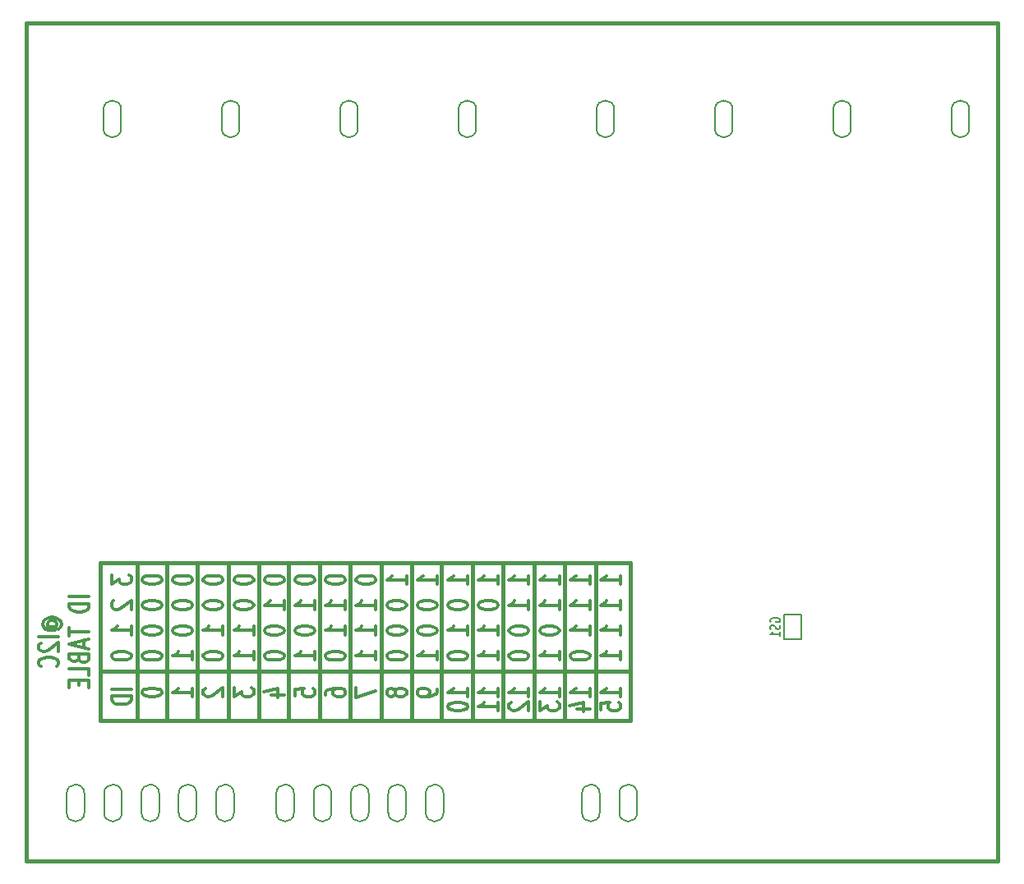
<source format=gbo>
G04 (created by PCBNEW (2013-mar-13)-testing) date mer. 23 oct. 2013 17:58:57 CEST*
%MOIN*%
G04 Gerber Fmt 3.4, Leading zero omitted, Abs format*
%FSLAX34Y34*%
G01*
G70*
G90*
G04 APERTURE LIST*
%ADD10C,0.005906*%
%ADD11C,0.015000*%
%ADD12C,0.012000*%
%ADD13C,0.005000*%
G04 APERTURE END LIST*
G54D10*
G54D11*
X74500Y-54300D02*
X96000Y-54300D01*
X89600Y-56300D02*
X89600Y-49950D01*
X76000Y-49900D02*
X76000Y-56300D01*
X77200Y-56300D02*
X77200Y-49900D01*
X78450Y-49900D02*
X78450Y-56300D01*
X79700Y-56300D02*
X79700Y-49900D01*
X80950Y-49900D02*
X80950Y-56300D01*
X82150Y-49900D02*
X82200Y-49900D01*
X82150Y-56300D02*
X82150Y-49900D01*
X83400Y-49900D02*
X83400Y-56300D01*
X84650Y-49950D02*
X84650Y-49900D01*
X84650Y-56300D02*
X84650Y-49950D01*
X85900Y-56300D02*
X85900Y-49900D01*
X87150Y-49900D02*
X87200Y-49900D01*
X87150Y-56300D02*
X87150Y-49900D01*
X88350Y-56300D02*
X88400Y-56300D01*
X88350Y-49900D02*
X88350Y-56300D01*
X90850Y-49950D02*
X90850Y-56300D01*
X92100Y-49900D02*
X92150Y-49900D01*
X92100Y-56300D02*
X92100Y-49900D01*
X93350Y-56300D02*
X93400Y-56300D01*
X93350Y-49900D02*
X93350Y-56300D01*
X93300Y-49900D02*
X93400Y-49900D01*
X94600Y-56300D02*
X94600Y-49900D01*
X96000Y-56300D02*
X95900Y-56300D01*
X96000Y-49900D02*
X96000Y-56300D01*
X74500Y-49900D02*
X96000Y-49900D01*
X74500Y-56300D02*
X74500Y-49900D01*
X95900Y-56300D02*
X74500Y-56300D01*
G54D12*
X72430Y-52500D02*
X72392Y-52471D01*
X72354Y-52414D01*
X72354Y-52357D01*
X72392Y-52300D01*
X72430Y-52271D01*
X72507Y-52242D01*
X72583Y-52242D01*
X72659Y-52271D01*
X72697Y-52300D01*
X72735Y-52357D01*
X72735Y-52414D01*
X72697Y-52471D01*
X72659Y-52500D01*
X72354Y-52500D02*
X72659Y-52500D01*
X72697Y-52528D01*
X72697Y-52557D01*
X72659Y-52614D01*
X72583Y-52642D01*
X72392Y-52642D01*
X72278Y-52585D01*
X72202Y-52500D01*
X72164Y-52385D01*
X72202Y-52271D01*
X72278Y-52185D01*
X72392Y-52128D01*
X72545Y-52100D01*
X72697Y-52128D01*
X72811Y-52185D01*
X72888Y-52271D01*
X72926Y-52385D01*
X72888Y-52500D01*
X72811Y-52585D01*
X72811Y-52900D02*
X72011Y-52900D01*
X72088Y-53157D02*
X72050Y-53185D01*
X72011Y-53242D01*
X72011Y-53385D01*
X72050Y-53442D01*
X72088Y-53471D01*
X72164Y-53500D01*
X72240Y-53500D01*
X72354Y-53471D01*
X72811Y-53128D01*
X72811Y-53500D01*
X72735Y-54100D02*
X72773Y-54071D01*
X72811Y-53985D01*
X72811Y-53928D01*
X72773Y-53842D01*
X72697Y-53785D01*
X72621Y-53757D01*
X72469Y-53728D01*
X72354Y-53728D01*
X72202Y-53757D01*
X72126Y-53785D01*
X72050Y-53842D01*
X72011Y-53928D01*
X72011Y-53985D01*
X72050Y-54071D01*
X72088Y-54100D01*
X74051Y-51271D02*
X73251Y-51271D01*
X74051Y-51557D02*
X73251Y-51557D01*
X73251Y-51700D01*
X73290Y-51785D01*
X73366Y-51842D01*
X73442Y-51871D01*
X73594Y-51900D01*
X73709Y-51900D01*
X73861Y-51871D01*
X73937Y-51842D01*
X74013Y-51785D01*
X74051Y-51700D01*
X74051Y-51557D01*
X73251Y-52528D02*
X73251Y-52871D01*
X74051Y-52700D02*
X73251Y-52700D01*
X73823Y-53042D02*
X73823Y-53328D01*
X74051Y-52985D02*
X73251Y-53185D01*
X74051Y-53385D01*
X73632Y-53785D02*
X73670Y-53871D01*
X73709Y-53900D01*
X73785Y-53928D01*
X73899Y-53928D01*
X73975Y-53900D01*
X74013Y-53871D01*
X74051Y-53814D01*
X74051Y-53585D01*
X73251Y-53585D01*
X73251Y-53785D01*
X73290Y-53842D01*
X73328Y-53871D01*
X73404Y-53900D01*
X73480Y-53900D01*
X73556Y-53871D01*
X73594Y-53842D01*
X73632Y-53785D01*
X73632Y-53585D01*
X74051Y-54471D02*
X74051Y-54185D01*
X73251Y-54185D01*
X73632Y-54671D02*
X73632Y-54871D01*
X74051Y-54957D02*
X74051Y-54671D01*
X73251Y-54671D01*
X73251Y-54957D01*
X74961Y-50385D02*
X74961Y-50757D01*
X75266Y-50557D01*
X75266Y-50642D01*
X75304Y-50700D01*
X75342Y-50728D01*
X75419Y-50757D01*
X75609Y-50757D01*
X75685Y-50728D01*
X75723Y-50700D01*
X75761Y-50642D01*
X75761Y-50471D01*
X75723Y-50414D01*
X75685Y-50385D01*
X75038Y-51442D02*
X75000Y-51471D01*
X74961Y-51528D01*
X74961Y-51671D01*
X75000Y-51728D01*
X75038Y-51757D01*
X75114Y-51785D01*
X75190Y-51785D01*
X75304Y-51757D01*
X75761Y-51414D01*
X75761Y-51785D01*
X75761Y-52814D02*
X75761Y-52471D01*
X75761Y-52642D02*
X74961Y-52642D01*
X75076Y-52585D01*
X75152Y-52528D01*
X75190Y-52471D01*
X74961Y-53642D02*
X74961Y-53700D01*
X75000Y-53757D01*
X75038Y-53785D01*
X75114Y-53814D01*
X75266Y-53842D01*
X75457Y-53842D01*
X75609Y-53814D01*
X75685Y-53785D01*
X75723Y-53757D01*
X75761Y-53700D01*
X75761Y-53642D01*
X75723Y-53585D01*
X75685Y-53557D01*
X75609Y-53528D01*
X75457Y-53500D01*
X75266Y-53500D01*
X75114Y-53528D01*
X75038Y-53557D01*
X75000Y-53585D01*
X74961Y-53642D01*
X75761Y-55014D02*
X74961Y-55014D01*
X75761Y-55300D02*
X74961Y-55300D01*
X74961Y-55442D01*
X75000Y-55528D01*
X75076Y-55585D01*
X75152Y-55614D01*
X75304Y-55642D01*
X75419Y-55642D01*
X75571Y-55614D01*
X75647Y-55585D01*
X75723Y-55528D01*
X75761Y-55442D01*
X75761Y-55300D01*
X76201Y-50557D02*
X76201Y-50614D01*
X76240Y-50671D01*
X76278Y-50700D01*
X76354Y-50728D01*
X76506Y-50757D01*
X76697Y-50757D01*
X76849Y-50728D01*
X76925Y-50700D01*
X76963Y-50671D01*
X77001Y-50614D01*
X77001Y-50557D01*
X76963Y-50500D01*
X76925Y-50471D01*
X76849Y-50442D01*
X76697Y-50414D01*
X76506Y-50414D01*
X76354Y-50442D01*
X76278Y-50471D01*
X76240Y-50500D01*
X76201Y-50557D01*
X76201Y-51585D02*
X76201Y-51642D01*
X76240Y-51700D01*
X76278Y-51728D01*
X76354Y-51757D01*
X76506Y-51785D01*
X76697Y-51785D01*
X76849Y-51757D01*
X76925Y-51728D01*
X76963Y-51700D01*
X77001Y-51642D01*
X77001Y-51585D01*
X76963Y-51528D01*
X76925Y-51500D01*
X76849Y-51471D01*
X76697Y-51442D01*
X76506Y-51442D01*
X76354Y-51471D01*
X76278Y-51500D01*
X76240Y-51528D01*
X76201Y-51585D01*
X76201Y-52614D02*
X76201Y-52671D01*
X76240Y-52728D01*
X76278Y-52757D01*
X76354Y-52785D01*
X76506Y-52814D01*
X76697Y-52814D01*
X76849Y-52785D01*
X76925Y-52757D01*
X76963Y-52728D01*
X77001Y-52671D01*
X77001Y-52614D01*
X76963Y-52557D01*
X76925Y-52528D01*
X76849Y-52500D01*
X76697Y-52471D01*
X76506Y-52471D01*
X76354Y-52500D01*
X76278Y-52528D01*
X76240Y-52557D01*
X76201Y-52614D01*
X76201Y-53642D02*
X76201Y-53700D01*
X76240Y-53757D01*
X76278Y-53785D01*
X76354Y-53814D01*
X76506Y-53842D01*
X76697Y-53842D01*
X76849Y-53814D01*
X76925Y-53785D01*
X76963Y-53757D01*
X77001Y-53700D01*
X77001Y-53642D01*
X76963Y-53585D01*
X76925Y-53557D01*
X76849Y-53528D01*
X76697Y-53500D01*
X76506Y-53500D01*
X76354Y-53528D01*
X76278Y-53557D01*
X76240Y-53585D01*
X76201Y-53642D01*
X76201Y-55128D02*
X76201Y-55185D01*
X76240Y-55242D01*
X76278Y-55271D01*
X76354Y-55300D01*
X76506Y-55328D01*
X76697Y-55328D01*
X76849Y-55300D01*
X76925Y-55271D01*
X76963Y-55242D01*
X77001Y-55185D01*
X77001Y-55128D01*
X76963Y-55071D01*
X76925Y-55042D01*
X76849Y-55014D01*
X76697Y-54985D01*
X76506Y-54985D01*
X76354Y-55014D01*
X76278Y-55042D01*
X76240Y-55071D01*
X76201Y-55128D01*
X77441Y-50557D02*
X77441Y-50614D01*
X77480Y-50671D01*
X77518Y-50700D01*
X77594Y-50728D01*
X77746Y-50757D01*
X77937Y-50757D01*
X78089Y-50728D01*
X78165Y-50700D01*
X78203Y-50671D01*
X78241Y-50614D01*
X78241Y-50557D01*
X78203Y-50500D01*
X78165Y-50471D01*
X78089Y-50442D01*
X77937Y-50414D01*
X77746Y-50414D01*
X77594Y-50442D01*
X77518Y-50471D01*
X77480Y-50500D01*
X77441Y-50557D01*
X77441Y-51585D02*
X77441Y-51642D01*
X77480Y-51700D01*
X77518Y-51728D01*
X77594Y-51757D01*
X77746Y-51785D01*
X77937Y-51785D01*
X78089Y-51757D01*
X78165Y-51728D01*
X78203Y-51700D01*
X78241Y-51642D01*
X78241Y-51585D01*
X78203Y-51528D01*
X78165Y-51500D01*
X78089Y-51471D01*
X77937Y-51442D01*
X77746Y-51442D01*
X77594Y-51471D01*
X77518Y-51500D01*
X77480Y-51528D01*
X77441Y-51585D01*
X77441Y-52614D02*
X77441Y-52671D01*
X77480Y-52728D01*
X77518Y-52757D01*
X77594Y-52785D01*
X77746Y-52814D01*
X77937Y-52814D01*
X78089Y-52785D01*
X78165Y-52757D01*
X78203Y-52728D01*
X78241Y-52671D01*
X78241Y-52614D01*
X78203Y-52557D01*
X78165Y-52528D01*
X78089Y-52500D01*
X77937Y-52471D01*
X77746Y-52471D01*
X77594Y-52500D01*
X77518Y-52528D01*
X77480Y-52557D01*
X77441Y-52614D01*
X78241Y-53842D02*
X78241Y-53500D01*
X78241Y-53671D02*
X77441Y-53671D01*
X77556Y-53614D01*
X77632Y-53557D01*
X77670Y-53500D01*
X78241Y-55328D02*
X78241Y-54985D01*
X78241Y-55157D02*
X77441Y-55157D01*
X77556Y-55100D01*
X77632Y-55042D01*
X77670Y-54985D01*
X78681Y-50557D02*
X78681Y-50614D01*
X78720Y-50671D01*
X78758Y-50700D01*
X78834Y-50728D01*
X78986Y-50757D01*
X79177Y-50757D01*
X79329Y-50728D01*
X79405Y-50700D01*
X79443Y-50671D01*
X79481Y-50614D01*
X79481Y-50557D01*
X79443Y-50500D01*
X79405Y-50471D01*
X79329Y-50442D01*
X79177Y-50414D01*
X78986Y-50414D01*
X78834Y-50442D01*
X78758Y-50471D01*
X78720Y-50500D01*
X78681Y-50557D01*
X78681Y-51585D02*
X78681Y-51642D01*
X78720Y-51700D01*
X78758Y-51728D01*
X78834Y-51757D01*
X78986Y-51785D01*
X79177Y-51785D01*
X79329Y-51757D01*
X79405Y-51728D01*
X79443Y-51700D01*
X79481Y-51642D01*
X79481Y-51585D01*
X79443Y-51528D01*
X79405Y-51500D01*
X79329Y-51471D01*
X79177Y-51442D01*
X78986Y-51442D01*
X78834Y-51471D01*
X78758Y-51500D01*
X78720Y-51528D01*
X78681Y-51585D01*
X79481Y-52814D02*
X79481Y-52471D01*
X79481Y-52642D02*
X78681Y-52642D01*
X78796Y-52585D01*
X78872Y-52528D01*
X78910Y-52471D01*
X78681Y-53642D02*
X78681Y-53700D01*
X78720Y-53757D01*
X78758Y-53785D01*
X78834Y-53814D01*
X78986Y-53842D01*
X79177Y-53842D01*
X79329Y-53814D01*
X79405Y-53785D01*
X79443Y-53757D01*
X79481Y-53700D01*
X79481Y-53642D01*
X79443Y-53585D01*
X79405Y-53557D01*
X79329Y-53528D01*
X79177Y-53500D01*
X78986Y-53500D01*
X78834Y-53528D01*
X78758Y-53557D01*
X78720Y-53585D01*
X78681Y-53642D01*
X78758Y-54985D02*
X78720Y-55014D01*
X78681Y-55071D01*
X78681Y-55214D01*
X78720Y-55271D01*
X78758Y-55300D01*
X78834Y-55328D01*
X78910Y-55328D01*
X79024Y-55300D01*
X79481Y-54957D01*
X79481Y-55328D01*
X79921Y-50557D02*
X79921Y-50614D01*
X79960Y-50671D01*
X79998Y-50700D01*
X80074Y-50728D01*
X80226Y-50757D01*
X80417Y-50757D01*
X80569Y-50728D01*
X80645Y-50700D01*
X80683Y-50671D01*
X80721Y-50614D01*
X80721Y-50557D01*
X80683Y-50500D01*
X80645Y-50471D01*
X80569Y-50442D01*
X80417Y-50414D01*
X80226Y-50414D01*
X80074Y-50442D01*
X79998Y-50471D01*
X79960Y-50500D01*
X79921Y-50557D01*
X79921Y-51585D02*
X79921Y-51642D01*
X79960Y-51700D01*
X79998Y-51728D01*
X80074Y-51757D01*
X80226Y-51785D01*
X80417Y-51785D01*
X80569Y-51757D01*
X80645Y-51728D01*
X80683Y-51700D01*
X80721Y-51642D01*
X80721Y-51585D01*
X80683Y-51528D01*
X80645Y-51500D01*
X80569Y-51471D01*
X80417Y-51442D01*
X80226Y-51442D01*
X80074Y-51471D01*
X79998Y-51500D01*
X79960Y-51528D01*
X79921Y-51585D01*
X80721Y-52814D02*
X80721Y-52471D01*
X80721Y-52642D02*
X79921Y-52642D01*
X80036Y-52585D01*
X80112Y-52528D01*
X80150Y-52471D01*
X80721Y-53842D02*
X80721Y-53500D01*
X80721Y-53671D02*
X79921Y-53671D01*
X80036Y-53614D01*
X80112Y-53557D01*
X80150Y-53500D01*
X79921Y-54957D02*
X79921Y-55328D01*
X80226Y-55128D01*
X80226Y-55214D01*
X80264Y-55271D01*
X80302Y-55300D01*
X80379Y-55328D01*
X80569Y-55328D01*
X80645Y-55300D01*
X80683Y-55271D01*
X80721Y-55214D01*
X80721Y-55042D01*
X80683Y-54985D01*
X80645Y-54957D01*
X81161Y-50557D02*
X81161Y-50614D01*
X81200Y-50671D01*
X81238Y-50700D01*
X81314Y-50728D01*
X81466Y-50757D01*
X81657Y-50757D01*
X81809Y-50728D01*
X81885Y-50700D01*
X81923Y-50671D01*
X81961Y-50614D01*
X81961Y-50557D01*
X81923Y-50500D01*
X81885Y-50471D01*
X81809Y-50442D01*
X81657Y-50414D01*
X81466Y-50414D01*
X81314Y-50442D01*
X81238Y-50471D01*
X81200Y-50500D01*
X81161Y-50557D01*
X81961Y-51785D02*
X81961Y-51442D01*
X81961Y-51614D02*
X81161Y-51614D01*
X81276Y-51557D01*
X81352Y-51500D01*
X81390Y-51442D01*
X81161Y-52614D02*
X81161Y-52671D01*
X81200Y-52728D01*
X81238Y-52757D01*
X81314Y-52785D01*
X81466Y-52814D01*
X81657Y-52814D01*
X81809Y-52785D01*
X81885Y-52757D01*
X81923Y-52728D01*
X81961Y-52671D01*
X81961Y-52614D01*
X81923Y-52557D01*
X81885Y-52528D01*
X81809Y-52500D01*
X81657Y-52471D01*
X81466Y-52471D01*
X81314Y-52500D01*
X81238Y-52528D01*
X81200Y-52557D01*
X81161Y-52614D01*
X81161Y-53642D02*
X81161Y-53700D01*
X81200Y-53757D01*
X81238Y-53785D01*
X81314Y-53814D01*
X81466Y-53842D01*
X81657Y-53842D01*
X81809Y-53814D01*
X81885Y-53785D01*
X81923Y-53757D01*
X81961Y-53700D01*
X81961Y-53642D01*
X81923Y-53585D01*
X81885Y-53557D01*
X81809Y-53528D01*
X81657Y-53500D01*
X81466Y-53500D01*
X81314Y-53528D01*
X81238Y-53557D01*
X81200Y-53585D01*
X81161Y-53642D01*
X81428Y-55271D02*
X81961Y-55271D01*
X81123Y-55128D02*
X81695Y-54985D01*
X81695Y-55357D01*
X82401Y-50557D02*
X82401Y-50614D01*
X82440Y-50671D01*
X82478Y-50700D01*
X82554Y-50728D01*
X82706Y-50757D01*
X82897Y-50757D01*
X83049Y-50728D01*
X83125Y-50700D01*
X83163Y-50671D01*
X83201Y-50614D01*
X83201Y-50557D01*
X83163Y-50500D01*
X83125Y-50471D01*
X83049Y-50442D01*
X82897Y-50414D01*
X82706Y-50414D01*
X82554Y-50442D01*
X82478Y-50471D01*
X82440Y-50500D01*
X82401Y-50557D01*
X83201Y-51785D02*
X83201Y-51442D01*
X83201Y-51614D02*
X82401Y-51614D01*
X82516Y-51557D01*
X82592Y-51500D01*
X82630Y-51442D01*
X82401Y-52614D02*
X82401Y-52671D01*
X82440Y-52728D01*
X82478Y-52757D01*
X82554Y-52785D01*
X82706Y-52814D01*
X82897Y-52814D01*
X83049Y-52785D01*
X83125Y-52757D01*
X83163Y-52728D01*
X83201Y-52671D01*
X83201Y-52614D01*
X83163Y-52557D01*
X83125Y-52528D01*
X83049Y-52500D01*
X82897Y-52471D01*
X82706Y-52471D01*
X82554Y-52500D01*
X82478Y-52528D01*
X82440Y-52557D01*
X82401Y-52614D01*
X83201Y-53842D02*
X83201Y-53500D01*
X83201Y-53671D02*
X82401Y-53671D01*
X82516Y-53614D01*
X82592Y-53557D01*
X82630Y-53500D01*
X82401Y-55300D02*
X82401Y-55014D01*
X82782Y-54985D01*
X82744Y-55014D01*
X82706Y-55071D01*
X82706Y-55214D01*
X82744Y-55271D01*
X82782Y-55300D01*
X82859Y-55328D01*
X83049Y-55328D01*
X83125Y-55300D01*
X83163Y-55271D01*
X83201Y-55214D01*
X83201Y-55071D01*
X83163Y-55014D01*
X83125Y-54985D01*
X83641Y-50557D02*
X83641Y-50614D01*
X83680Y-50671D01*
X83718Y-50700D01*
X83794Y-50728D01*
X83946Y-50757D01*
X84137Y-50757D01*
X84289Y-50728D01*
X84365Y-50700D01*
X84403Y-50671D01*
X84441Y-50614D01*
X84441Y-50557D01*
X84403Y-50500D01*
X84365Y-50471D01*
X84289Y-50442D01*
X84137Y-50414D01*
X83946Y-50414D01*
X83794Y-50442D01*
X83718Y-50471D01*
X83680Y-50500D01*
X83641Y-50557D01*
X84441Y-51785D02*
X84441Y-51442D01*
X84441Y-51614D02*
X83641Y-51614D01*
X83756Y-51557D01*
X83832Y-51500D01*
X83870Y-51442D01*
X84441Y-52814D02*
X84441Y-52471D01*
X84441Y-52642D02*
X83641Y-52642D01*
X83756Y-52585D01*
X83832Y-52528D01*
X83870Y-52471D01*
X83641Y-53642D02*
X83641Y-53700D01*
X83680Y-53757D01*
X83718Y-53785D01*
X83794Y-53814D01*
X83946Y-53842D01*
X84137Y-53842D01*
X84289Y-53814D01*
X84365Y-53785D01*
X84403Y-53757D01*
X84441Y-53700D01*
X84441Y-53642D01*
X84403Y-53585D01*
X84365Y-53557D01*
X84289Y-53528D01*
X84137Y-53500D01*
X83946Y-53500D01*
X83794Y-53528D01*
X83718Y-53557D01*
X83680Y-53585D01*
X83641Y-53642D01*
X83641Y-55271D02*
X83641Y-55157D01*
X83680Y-55100D01*
X83718Y-55071D01*
X83832Y-55014D01*
X83984Y-54985D01*
X84289Y-54985D01*
X84365Y-55014D01*
X84403Y-55042D01*
X84441Y-55100D01*
X84441Y-55214D01*
X84403Y-55271D01*
X84365Y-55300D01*
X84289Y-55328D01*
X84099Y-55328D01*
X84022Y-55300D01*
X83984Y-55271D01*
X83946Y-55214D01*
X83946Y-55100D01*
X83984Y-55042D01*
X84022Y-55014D01*
X84099Y-54985D01*
X84881Y-50557D02*
X84881Y-50614D01*
X84920Y-50671D01*
X84958Y-50700D01*
X85034Y-50728D01*
X85186Y-50757D01*
X85377Y-50757D01*
X85529Y-50728D01*
X85605Y-50700D01*
X85643Y-50671D01*
X85681Y-50614D01*
X85681Y-50557D01*
X85643Y-50500D01*
X85605Y-50471D01*
X85529Y-50442D01*
X85377Y-50414D01*
X85186Y-50414D01*
X85034Y-50442D01*
X84958Y-50471D01*
X84920Y-50500D01*
X84881Y-50557D01*
X85681Y-51785D02*
X85681Y-51442D01*
X85681Y-51614D02*
X84881Y-51614D01*
X84996Y-51557D01*
X85072Y-51500D01*
X85110Y-51442D01*
X85681Y-52814D02*
X85681Y-52471D01*
X85681Y-52642D02*
X84881Y-52642D01*
X84996Y-52585D01*
X85072Y-52528D01*
X85110Y-52471D01*
X85681Y-53842D02*
X85681Y-53500D01*
X85681Y-53671D02*
X84881Y-53671D01*
X84996Y-53614D01*
X85072Y-53557D01*
X85110Y-53500D01*
X84881Y-54957D02*
X84881Y-55357D01*
X85681Y-55100D01*
X86921Y-50757D02*
X86921Y-50414D01*
X86921Y-50585D02*
X86121Y-50585D01*
X86236Y-50528D01*
X86312Y-50471D01*
X86350Y-50414D01*
X86121Y-51585D02*
X86121Y-51642D01*
X86160Y-51700D01*
X86198Y-51728D01*
X86274Y-51757D01*
X86426Y-51785D01*
X86617Y-51785D01*
X86769Y-51757D01*
X86845Y-51728D01*
X86883Y-51700D01*
X86921Y-51642D01*
X86921Y-51585D01*
X86883Y-51528D01*
X86845Y-51500D01*
X86769Y-51471D01*
X86617Y-51442D01*
X86426Y-51442D01*
X86274Y-51471D01*
X86198Y-51500D01*
X86160Y-51528D01*
X86121Y-51585D01*
X86121Y-52614D02*
X86121Y-52671D01*
X86160Y-52728D01*
X86198Y-52757D01*
X86274Y-52785D01*
X86426Y-52814D01*
X86617Y-52814D01*
X86769Y-52785D01*
X86845Y-52757D01*
X86883Y-52728D01*
X86921Y-52671D01*
X86921Y-52614D01*
X86883Y-52557D01*
X86845Y-52528D01*
X86769Y-52500D01*
X86617Y-52471D01*
X86426Y-52471D01*
X86274Y-52500D01*
X86198Y-52528D01*
X86160Y-52557D01*
X86121Y-52614D01*
X86121Y-53642D02*
X86121Y-53700D01*
X86160Y-53757D01*
X86198Y-53785D01*
X86274Y-53814D01*
X86426Y-53842D01*
X86617Y-53842D01*
X86769Y-53814D01*
X86845Y-53785D01*
X86883Y-53757D01*
X86921Y-53700D01*
X86921Y-53642D01*
X86883Y-53585D01*
X86845Y-53557D01*
X86769Y-53528D01*
X86617Y-53500D01*
X86426Y-53500D01*
X86274Y-53528D01*
X86198Y-53557D01*
X86160Y-53585D01*
X86121Y-53642D01*
X86464Y-55100D02*
X86426Y-55042D01*
X86388Y-55014D01*
X86312Y-54985D01*
X86274Y-54985D01*
X86198Y-55014D01*
X86160Y-55042D01*
X86121Y-55100D01*
X86121Y-55214D01*
X86160Y-55271D01*
X86198Y-55300D01*
X86274Y-55328D01*
X86312Y-55328D01*
X86388Y-55300D01*
X86426Y-55271D01*
X86464Y-55214D01*
X86464Y-55100D01*
X86502Y-55042D01*
X86540Y-55014D01*
X86617Y-54985D01*
X86769Y-54985D01*
X86845Y-55014D01*
X86883Y-55042D01*
X86921Y-55100D01*
X86921Y-55214D01*
X86883Y-55271D01*
X86845Y-55300D01*
X86769Y-55328D01*
X86617Y-55328D01*
X86540Y-55300D01*
X86502Y-55271D01*
X86464Y-55214D01*
X88161Y-50757D02*
X88161Y-50414D01*
X88161Y-50585D02*
X87361Y-50585D01*
X87476Y-50528D01*
X87552Y-50471D01*
X87590Y-50414D01*
X87361Y-51585D02*
X87361Y-51642D01*
X87400Y-51700D01*
X87438Y-51728D01*
X87514Y-51757D01*
X87666Y-51785D01*
X87857Y-51785D01*
X88009Y-51757D01*
X88085Y-51728D01*
X88123Y-51700D01*
X88161Y-51642D01*
X88161Y-51585D01*
X88123Y-51528D01*
X88085Y-51500D01*
X88009Y-51471D01*
X87857Y-51442D01*
X87666Y-51442D01*
X87514Y-51471D01*
X87438Y-51500D01*
X87400Y-51528D01*
X87361Y-51585D01*
X87361Y-52614D02*
X87361Y-52671D01*
X87400Y-52728D01*
X87438Y-52757D01*
X87514Y-52785D01*
X87666Y-52814D01*
X87857Y-52814D01*
X88009Y-52785D01*
X88085Y-52757D01*
X88123Y-52728D01*
X88161Y-52671D01*
X88161Y-52614D01*
X88123Y-52557D01*
X88085Y-52528D01*
X88009Y-52500D01*
X87857Y-52471D01*
X87666Y-52471D01*
X87514Y-52500D01*
X87438Y-52528D01*
X87400Y-52557D01*
X87361Y-52614D01*
X88161Y-53842D02*
X88161Y-53500D01*
X88161Y-53671D02*
X87361Y-53671D01*
X87476Y-53614D01*
X87552Y-53557D01*
X87590Y-53500D01*
X88161Y-55042D02*
X88161Y-55157D01*
X88123Y-55214D01*
X88085Y-55242D01*
X87971Y-55300D01*
X87819Y-55328D01*
X87514Y-55328D01*
X87438Y-55300D01*
X87400Y-55271D01*
X87361Y-55214D01*
X87361Y-55100D01*
X87400Y-55042D01*
X87438Y-55014D01*
X87514Y-54985D01*
X87704Y-54985D01*
X87780Y-55014D01*
X87819Y-55042D01*
X87857Y-55100D01*
X87857Y-55214D01*
X87819Y-55271D01*
X87780Y-55300D01*
X87704Y-55328D01*
X89401Y-50757D02*
X89401Y-50414D01*
X89401Y-50585D02*
X88601Y-50585D01*
X88716Y-50528D01*
X88792Y-50471D01*
X88830Y-50414D01*
X88601Y-51585D02*
X88601Y-51642D01*
X88640Y-51700D01*
X88678Y-51728D01*
X88754Y-51757D01*
X88906Y-51785D01*
X89097Y-51785D01*
X89249Y-51757D01*
X89325Y-51728D01*
X89363Y-51700D01*
X89401Y-51642D01*
X89401Y-51585D01*
X89363Y-51528D01*
X89325Y-51500D01*
X89249Y-51471D01*
X89097Y-51442D01*
X88906Y-51442D01*
X88754Y-51471D01*
X88678Y-51500D01*
X88640Y-51528D01*
X88601Y-51585D01*
X89401Y-52814D02*
X89401Y-52471D01*
X89401Y-52642D02*
X88601Y-52642D01*
X88716Y-52585D01*
X88792Y-52528D01*
X88830Y-52471D01*
X88601Y-53642D02*
X88601Y-53700D01*
X88640Y-53757D01*
X88678Y-53785D01*
X88754Y-53814D01*
X88906Y-53842D01*
X89097Y-53842D01*
X89249Y-53814D01*
X89325Y-53785D01*
X89363Y-53757D01*
X89401Y-53700D01*
X89401Y-53642D01*
X89363Y-53585D01*
X89325Y-53557D01*
X89249Y-53528D01*
X89097Y-53500D01*
X88906Y-53500D01*
X88754Y-53528D01*
X88678Y-53557D01*
X88640Y-53585D01*
X88601Y-53642D01*
X89401Y-55328D02*
X89401Y-54985D01*
X89401Y-55157D02*
X88601Y-55157D01*
X88716Y-55100D01*
X88792Y-55042D01*
X88830Y-54985D01*
X88601Y-55700D02*
X88601Y-55757D01*
X88640Y-55814D01*
X88678Y-55842D01*
X88754Y-55871D01*
X88906Y-55900D01*
X89097Y-55900D01*
X89249Y-55871D01*
X89325Y-55842D01*
X89363Y-55814D01*
X89401Y-55757D01*
X89401Y-55700D01*
X89363Y-55642D01*
X89325Y-55614D01*
X89249Y-55585D01*
X89097Y-55557D01*
X88906Y-55557D01*
X88754Y-55585D01*
X88678Y-55614D01*
X88640Y-55642D01*
X88601Y-55700D01*
X90641Y-50757D02*
X90641Y-50414D01*
X90641Y-50585D02*
X89841Y-50585D01*
X89956Y-50528D01*
X90032Y-50471D01*
X90070Y-50414D01*
X89841Y-51585D02*
X89841Y-51642D01*
X89880Y-51700D01*
X89918Y-51728D01*
X89994Y-51757D01*
X90146Y-51785D01*
X90337Y-51785D01*
X90489Y-51757D01*
X90565Y-51728D01*
X90603Y-51700D01*
X90641Y-51642D01*
X90641Y-51585D01*
X90603Y-51528D01*
X90565Y-51500D01*
X90489Y-51471D01*
X90337Y-51442D01*
X90146Y-51442D01*
X89994Y-51471D01*
X89918Y-51500D01*
X89880Y-51528D01*
X89841Y-51585D01*
X90641Y-52814D02*
X90641Y-52471D01*
X90641Y-52642D02*
X89841Y-52642D01*
X89956Y-52585D01*
X90032Y-52528D01*
X90070Y-52471D01*
X90641Y-53842D02*
X90641Y-53500D01*
X90641Y-53671D02*
X89841Y-53671D01*
X89956Y-53614D01*
X90032Y-53557D01*
X90070Y-53500D01*
X90641Y-55328D02*
X90641Y-54985D01*
X90641Y-55157D02*
X89841Y-55157D01*
X89956Y-55100D01*
X90032Y-55042D01*
X90070Y-54985D01*
X90641Y-55900D02*
X90641Y-55557D01*
X90641Y-55728D02*
X89841Y-55728D01*
X89956Y-55671D01*
X90032Y-55614D01*
X90070Y-55557D01*
X91881Y-50757D02*
X91881Y-50414D01*
X91881Y-50585D02*
X91081Y-50585D01*
X91196Y-50528D01*
X91272Y-50471D01*
X91310Y-50414D01*
X91881Y-51785D02*
X91881Y-51442D01*
X91881Y-51614D02*
X91081Y-51614D01*
X91196Y-51557D01*
X91272Y-51500D01*
X91310Y-51442D01*
X91081Y-52614D02*
X91081Y-52671D01*
X91120Y-52728D01*
X91158Y-52757D01*
X91234Y-52785D01*
X91386Y-52814D01*
X91577Y-52814D01*
X91729Y-52785D01*
X91805Y-52757D01*
X91843Y-52728D01*
X91881Y-52671D01*
X91881Y-52614D01*
X91843Y-52557D01*
X91805Y-52528D01*
X91729Y-52500D01*
X91577Y-52471D01*
X91386Y-52471D01*
X91234Y-52500D01*
X91158Y-52528D01*
X91120Y-52557D01*
X91081Y-52614D01*
X91081Y-53642D02*
X91081Y-53700D01*
X91120Y-53757D01*
X91158Y-53785D01*
X91234Y-53814D01*
X91386Y-53842D01*
X91577Y-53842D01*
X91729Y-53814D01*
X91805Y-53785D01*
X91843Y-53757D01*
X91881Y-53700D01*
X91881Y-53642D01*
X91843Y-53585D01*
X91805Y-53557D01*
X91729Y-53528D01*
X91577Y-53500D01*
X91386Y-53500D01*
X91234Y-53528D01*
X91158Y-53557D01*
X91120Y-53585D01*
X91081Y-53642D01*
X91881Y-55328D02*
X91881Y-54985D01*
X91881Y-55157D02*
X91081Y-55157D01*
X91196Y-55100D01*
X91272Y-55042D01*
X91310Y-54985D01*
X91158Y-55557D02*
X91120Y-55585D01*
X91081Y-55642D01*
X91081Y-55785D01*
X91120Y-55842D01*
X91158Y-55871D01*
X91234Y-55900D01*
X91310Y-55900D01*
X91424Y-55871D01*
X91881Y-55528D01*
X91881Y-55900D01*
X93121Y-50757D02*
X93121Y-50414D01*
X93121Y-50585D02*
X92321Y-50585D01*
X92436Y-50528D01*
X92512Y-50471D01*
X92550Y-50414D01*
X93121Y-51785D02*
X93121Y-51442D01*
X93121Y-51614D02*
X92321Y-51614D01*
X92436Y-51557D01*
X92512Y-51500D01*
X92550Y-51442D01*
X92321Y-52614D02*
X92321Y-52671D01*
X92360Y-52728D01*
X92398Y-52757D01*
X92474Y-52785D01*
X92626Y-52814D01*
X92817Y-52814D01*
X92969Y-52785D01*
X93045Y-52757D01*
X93083Y-52728D01*
X93121Y-52671D01*
X93121Y-52614D01*
X93083Y-52557D01*
X93045Y-52528D01*
X92969Y-52500D01*
X92817Y-52471D01*
X92626Y-52471D01*
X92474Y-52500D01*
X92398Y-52528D01*
X92360Y-52557D01*
X92321Y-52614D01*
X93121Y-53842D02*
X93121Y-53500D01*
X93121Y-53671D02*
X92321Y-53671D01*
X92436Y-53614D01*
X92512Y-53557D01*
X92550Y-53500D01*
X93121Y-55328D02*
X93121Y-54985D01*
X93121Y-55157D02*
X92321Y-55157D01*
X92436Y-55100D01*
X92512Y-55042D01*
X92550Y-54985D01*
X92321Y-55528D02*
X92321Y-55900D01*
X92626Y-55700D01*
X92626Y-55785D01*
X92664Y-55842D01*
X92702Y-55871D01*
X92779Y-55900D01*
X92969Y-55900D01*
X93045Y-55871D01*
X93083Y-55842D01*
X93121Y-55785D01*
X93121Y-55614D01*
X93083Y-55557D01*
X93045Y-55528D01*
X94361Y-50757D02*
X94361Y-50414D01*
X94361Y-50585D02*
X93561Y-50585D01*
X93676Y-50528D01*
X93752Y-50471D01*
X93790Y-50414D01*
X94361Y-51785D02*
X94361Y-51442D01*
X94361Y-51614D02*
X93561Y-51614D01*
X93676Y-51557D01*
X93752Y-51500D01*
X93790Y-51442D01*
X94361Y-52814D02*
X94361Y-52471D01*
X94361Y-52642D02*
X93561Y-52642D01*
X93676Y-52585D01*
X93752Y-52528D01*
X93790Y-52471D01*
X93561Y-53642D02*
X93561Y-53700D01*
X93600Y-53757D01*
X93638Y-53785D01*
X93714Y-53814D01*
X93866Y-53842D01*
X94057Y-53842D01*
X94209Y-53814D01*
X94285Y-53785D01*
X94323Y-53757D01*
X94361Y-53700D01*
X94361Y-53642D01*
X94323Y-53585D01*
X94285Y-53557D01*
X94209Y-53528D01*
X94057Y-53500D01*
X93866Y-53500D01*
X93714Y-53528D01*
X93638Y-53557D01*
X93600Y-53585D01*
X93561Y-53642D01*
X94361Y-55328D02*
X94361Y-54985D01*
X94361Y-55157D02*
X93561Y-55157D01*
X93676Y-55100D01*
X93752Y-55042D01*
X93790Y-54985D01*
X93828Y-55842D02*
X94361Y-55842D01*
X93523Y-55700D02*
X94095Y-55557D01*
X94095Y-55928D01*
X95601Y-50757D02*
X95601Y-50414D01*
X95601Y-50585D02*
X94801Y-50585D01*
X94916Y-50528D01*
X94992Y-50471D01*
X95030Y-50414D01*
X95601Y-51785D02*
X95601Y-51442D01*
X95601Y-51614D02*
X94801Y-51614D01*
X94916Y-51557D01*
X94992Y-51500D01*
X95030Y-51442D01*
X95601Y-52814D02*
X95601Y-52471D01*
X95601Y-52642D02*
X94801Y-52642D01*
X94916Y-52585D01*
X94992Y-52528D01*
X95030Y-52471D01*
X95601Y-53842D02*
X95601Y-53500D01*
X95601Y-53671D02*
X94801Y-53671D01*
X94916Y-53614D01*
X94992Y-53557D01*
X95030Y-53500D01*
X95601Y-55328D02*
X95601Y-54985D01*
X95601Y-55157D02*
X94801Y-55157D01*
X94916Y-55100D01*
X94992Y-55042D01*
X95030Y-54985D01*
X94801Y-55871D02*
X94801Y-55585D01*
X95182Y-55557D01*
X95144Y-55585D01*
X95106Y-55642D01*
X95106Y-55785D01*
X95144Y-55842D01*
X95182Y-55871D01*
X95259Y-55900D01*
X95449Y-55900D01*
X95525Y-55871D01*
X95563Y-55842D01*
X95601Y-55785D01*
X95601Y-55642D01*
X95563Y-55585D01*
X95525Y-55557D01*
G54D11*
X71500Y-62000D02*
X110900Y-62000D01*
X71500Y-28000D02*
X110900Y-28000D01*
X110900Y-28000D02*
X110800Y-28000D01*
X110900Y-62000D02*
X110900Y-28000D01*
X71500Y-62000D02*
X71500Y-28000D01*
G54D13*
X102950Y-52000D02*
X102950Y-53000D01*
X102250Y-53000D02*
X102250Y-52000D01*
X102250Y-53000D02*
X102950Y-53000D01*
X102950Y-52000D02*
X102250Y-52000D01*
G54D10*
X81639Y-59255D02*
X81639Y-60035D01*
X82360Y-59255D02*
X82360Y-60035D01*
X81639Y-60035D02*
G75*
G03X82360Y-60035I360J0D01*
G74*
G01*
X82360Y-59255D02*
G75*
G03X81639Y-59255I-360J0D01*
G74*
G01*
X83155Y-59255D02*
X83155Y-60035D01*
X83876Y-59255D02*
X83876Y-60035D01*
X83155Y-60035D02*
G75*
G03X83876Y-60035I360J0D01*
G74*
G01*
X83876Y-59255D02*
G75*
G03X83155Y-59255I-360J0D01*
G74*
G01*
X84671Y-59255D02*
X84671Y-60035D01*
X85391Y-59255D02*
X85391Y-60035D01*
X84671Y-60035D02*
G75*
G03X85391Y-60035I360J0D01*
G74*
G01*
X85391Y-59255D02*
G75*
G03X84671Y-59255I-360J0D01*
G74*
G01*
X86186Y-59255D02*
X86186Y-60035D01*
X86907Y-59255D02*
X86907Y-60035D01*
X86186Y-60035D02*
G75*
G03X86907Y-60035I360J0D01*
G74*
G01*
X86907Y-59255D02*
G75*
G03X86186Y-59255I-360J0D01*
G74*
G01*
X87702Y-59255D02*
X87702Y-60035D01*
X88423Y-59255D02*
X88423Y-60035D01*
X87702Y-60035D02*
G75*
G03X88423Y-60035I360J0D01*
G74*
G01*
X88423Y-59255D02*
G75*
G03X87702Y-59255I-360J0D01*
G74*
G01*
X73139Y-59255D02*
X73139Y-60035D01*
X73860Y-59255D02*
X73860Y-60035D01*
X73139Y-60035D02*
G75*
G03X73860Y-60035I360J0D01*
G74*
G01*
X73860Y-59255D02*
G75*
G03X73139Y-59255I-360J0D01*
G74*
G01*
X74655Y-59255D02*
X74655Y-60035D01*
X75376Y-59255D02*
X75376Y-60035D01*
X74655Y-60035D02*
G75*
G03X75376Y-60035I360J0D01*
G74*
G01*
X75376Y-59255D02*
G75*
G03X74655Y-59255I-360J0D01*
G74*
G01*
X76171Y-59255D02*
X76171Y-60035D01*
X76891Y-59255D02*
X76891Y-60035D01*
X76171Y-60035D02*
G75*
G03X76891Y-60035I360J0D01*
G74*
G01*
X76891Y-59255D02*
G75*
G03X76171Y-59255I-360J0D01*
G74*
G01*
X77686Y-59255D02*
X77686Y-60035D01*
X78407Y-59255D02*
X78407Y-60035D01*
X77686Y-60035D02*
G75*
G03X78407Y-60035I360J0D01*
G74*
G01*
X78407Y-59255D02*
G75*
G03X77686Y-59255I-360J0D01*
G74*
G01*
X79202Y-59255D02*
X79202Y-60035D01*
X79923Y-59255D02*
X79923Y-60035D01*
X79202Y-60035D02*
G75*
G03X79923Y-60035I360J0D01*
G74*
G01*
X79923Y-59255D02*
G75*
G03X79202Y-59255I-360J0D01*
G74*
G01*
X94039Y-59255D02*
X94039Y-60035D01*
X94760Y-59255D02*
X94760Y-60035D01*
X94039Y-60035D02*
G75*
G03X94760Y-60035I360J0D01*
G74*
G01*
X94760Y-59255D02*
G75*
G03X94039Y-59255I-360J0D01*
G74*
G01*
X95555Y-59255D02*
X95555Y-60035D01*
X96276Y-59255D02*
X96276Y-60035D01*
X95555Y-60035D02*
G75*
G03X96276Y-60035I360J0D01*
G74*
G01*
X96276Y-59255D02*
G75*
G03X95555Y-59255I-360J0D01*
G74*
G01*
X75350Y-32279D02*
X75350Y-31499D01*
X74629Y-32279D02*
X74629Y-31499D01*
X75350Y-31499D02*
G75*
G03X74629Y-31499I-360J0D01*
G74*
G01*
X74629Y-32279D02*
G75*
G03X75350Y-32279I360J0D01*
G74*
G01*
X80150Y-32279D02*
X80150Y-31499D01*
X79429Y-32279D02*
X79429Y-31499D01*
X80150Y-31499D02*
G75*
G03X79429Y-31499I-360J0D01*
G74*
G01*
X79429Y-32279D02*
G75*
G03X80150Y-32279I360J0D01*
G74*
G01*
X84950Y-32279D02*
X84950Y-31499D01*
X84229Y-32279D02*
X84229Y-31499D01*
X84950Y-31499D02*
G75*
G03X84229Y-31499I-360J0D01*
G74*
G01*
X84229Y-32279D02*
G75*
G03X84950Y-32279I360J0D01*
G74*
G01*
X89750Y-32279D02*
X89750Y-31499D01*
X89029Y-32279D02*
X89029Y-31499D01*
X89750Y-31499D02*
G75*
G03X89029Y-31499I-360J0D01*
G74*
G01*
X89029Y-32279D02*
G75*
G03X89750Y-32279I360J0D01*
G74*
G01*
X95350Y-32279D02*
X95350Y-31499D01*
X94629Y-32279D02*
X94629Y-31499D01*
X95350Y-31499D02*
G75*
G03X94629Y-31499I-360J0D01*
G74*
G01*
X94629Y-32279D02*
G75*
G03X95350Y-32279I360J0D01*
G74*
G01*
X100150Y-32279D02*
X100150Y-31499D01*
X99429Y-32279D02*
X99429Y-31499D01*
X100150Y-31499D02*
G75*
G03X99429Y-31499I-360J0D01*
G74*
G01*
X99429Y-32279D02*
G75*
G03X100150Y-32279I360J0D01*
G74*
G01*
X104950Y-32279D02*
X104950Y-31499D01*
X104229Y-32279D02*
X104229Y-31499D01*
X104950Y-31499D02*
G75*
G03X104229Y-31499I-360J0D01*
G74*
G01*
X104229Y-32279D02*
G75*
G03X104950Y-32279I360J0D01*
G74*
G01*
X109750Y-32279D02*
X109750Y-31499D01*
X109029Y-32279D02*
X109029Y-31499D01*
X109750Y-31499D02*
G75*
G03X109029Y-31499I-360J0D01*
G74*
G01*
X109029Y-32279D02*
G75*
G03X109750Y-32279I360J0D01*
G74*
G01*
G54D13*
X101700Y-52292D02*
X101680Y-52264D01*
X101680Y-52221D01*
X101700Y-52178D01*
X101738Y-52150D01*
X101776Y-52135D01*
X101852Y-52121D01*
X101909Y-52121D01*
X101985Y-52135D01*
X102023Y-52150D01*
X102061Y-52178D01*
X102080Y-52221D01*
X102080Y-52250D01*
X102061Y-52292D01*
X102042Y-52307D01*
X101909Y-52307D01*
X101909Y-52250D01*
X102061Y-52421D02*
X102080Y-52464D01*
X102080Y-52535D01*
X102061Y-52564D01*
X102042Y-52578D01*
X102004Y-52592D01*
X101966Y-52592D01*
X101928Y-52578D01*
X101909Y-52564D01*
X101890Y-52535D01*
X101871Y-52478D01*
X101852Y-52450D01*
X101833Y-52435D01*
X101795Y-52421D01*
X101757Y-52421D01*
X101719Y-52435D01*
X101700Y-52450D01*
X101680Y-52478D01*
X101680Y-52550D01*
X101700Y-52592D01*
X102080Y-52878D02*
X102080Y-52707D01*
X102080Y-52792D02*
X101680Y-52792D01*
X101738Y-52764D01*
X101776Y-52735D01*
X101795Y-52707D01*
M02*

</source>
